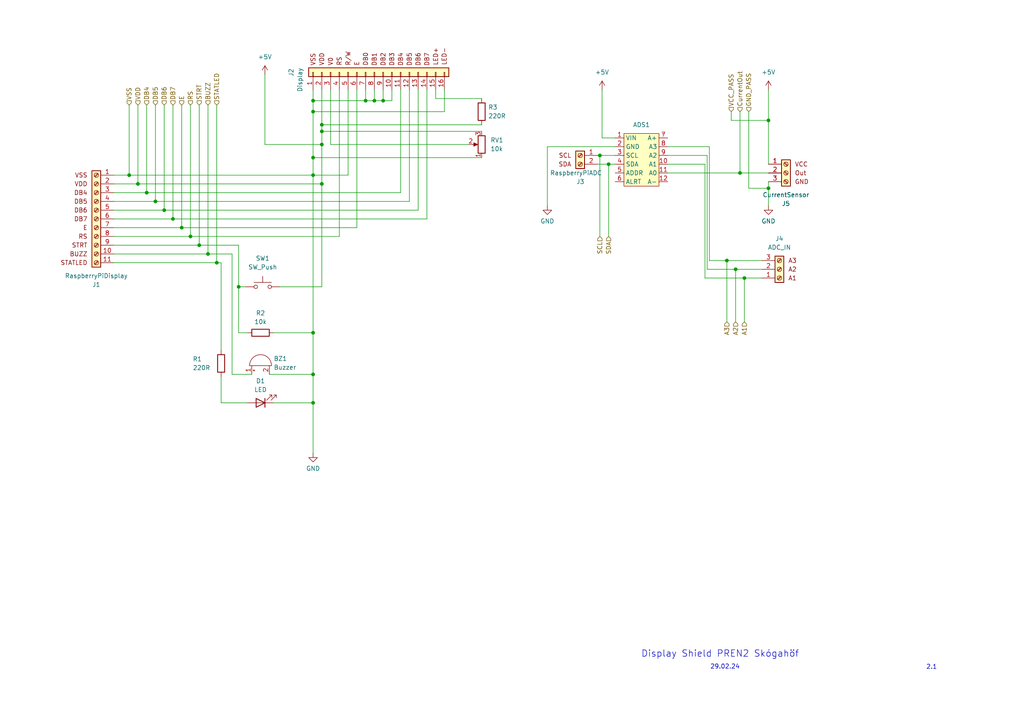
<source format=kicad_sch>
(kicad_sch (version 20230121) (generator eeschema)
  (paper "A4")
  (lib_symbols
    (symbol "ADAFRUIT:ADS1015"
      (property "Reference" "ADS1015" (at -6.35 2.54 0))
      (property "Value" "~" (at 0 0 0))
      (symbol "ADS1015_1_1"
        (rectangle (start -11.43 0) (end -1.27 -15.24) (fill (type background)))
        (pin input line (at -13.97 -1.27 0) (length 2.54) (name "VIN") (number "1"))
        (pin input line (at 1.27 -8.89 180) (length 2.54) (name "A1") (number "10"))
        (pin input line (at 1.27 -11.43 180) (length 2.54) (name "A0") (number "11"))
        (pin input line (at 1.27 -13.97 180) (length 2.54) (name "A-") (number "12"))
        (pin input line (at -13.97 -3.81 0) (length 2.54) (name "GND") (number "2"))
        (pin input line (at -13.97 -6.35 0) (length 2.54) (name "SCL") (number "3"))
        (pin input line (at -13.97 -8.89 0) (length 2.54) (name "SDA") (number "4"))
        (pin input line (at -13.97 -11.43 0) (length 2.54) (name "ADDR") (number "5"))
        (pin input line (at -13.97 -13.97 0) (length 2.54) (name "ALRT") (number "6"))
        (pin input line (at 1.27 -1.27 180) (length 2.54) (name "A+") (number "7"))
        (pin input line (at 1.27 -3.81 180) (length 2.54) (name "A3") (number "8"))
        (pin input line (at 1.27 -6.35 180) (length 2.54) (name "A2") (number "9"))
      )
    )
    (symbol "Connector:Screw_Terminal_01x02" (pin_names (offset 1.016) hide)
      (property "Reference" "J3" (at -1.27 -7.62 0))
      (property "Value" "RaspberryPiADC" (at -6.35 -5.08 0))
      (symbol "Screw_Terminal_01x02_1_1"
        (rectangle (start -1.27 1.27) (end 1.27 -3.81) (stroke (width 0.254)) (fill (type background)))
        (circle (center 0 -2.54) (radius 0.635) (stroke (width 0.1524)))
        (polyline (pts (xy -0.5334 -2.2098) (xy 0.3302 -3.048)) (stroke (width 0.1524)))
        (polyline (pts (xy -0.5334 0.3302) (xy 0.3302 -0.508)) (stroke (width 0.1524)))
        (polyline (pts (xy -0.3556 -2.032) (xy 0.508 -2.8702)) (stroke (width 0.1524)))
        (polyline (pts (xy -0.3556 0.508) (xy 0.508 -0.3302)) (stroke (width 0.1524)))
        (circle (center 0 0) (radius 0.635) (stroke (width 0.1524)))
        (text "SCL" (at 2.54 0 0) (effects (font (size 1.27 1.27)) (justify left)))
        (text "SDA" (at 2.54 -2.54 0) (effects (font (size 1.27 1.27)) (justify left)))
        (pin passive line (at -5.08 0 0) (length 3.81) (name "Pin_1") (number "1"))
        (pin passive line (at -5.08 -2.54 0) (length 3.81) (name "Pin_2") (number "2"))
      )
    )
    (symbol "Connector:Screw_Terminal_01x03" (pin_names (offset 1.016) hide)
      (property "Reference" "J4" (at 0 -8.89 0))
      (property "Value" "Screw_Terminal_01x03" (at 0 -6.35 0))
      (symbol "Screw_Terminal_01x03_1_1"
        (rectangle (start -1.27 3.81) (end 1.27 -3.81) (stroke (width 0.254)) (fill (type background)))
        (circle (center 0 -2.54) (radius 0.635) (stroke (width 0.1524)))
        (polyline (pts (xy -0.5334 -2.2098) (xy 0.3302 -3.048)) (stroke (width 0.1524)))
        (polyline (pts (xy -0.5334 0.3302) (xy 0.3302 -0.508)) (stroke (width 0.1524)))
        (polyline (pts (xy -0.5334 2.8702) (xy 0.3302 2.032)) (stroke (width 0.1524)))
        (polyline (pts (xy -0.3556 -2.032) (xy 0.508 -2.8702)) (stroke (width 0.1524)))
        (polyline (pts (xy -0.3556 0.508) (xy 0.508 -0.3302)) (stroke (width 0.1524)))
        (polyline (pts (xy -0.3556 3.048) (xy 0.508 2.2098)) (stroke (width 0.1524)))
        (circle (center 0 0) (radius 0.635) (stroke (width 0.1524)))
        (circle (center 0 2.54) (radius 0.635) (stroke (width 0.1524)))
        (text "GND" (at 2.54 -2.54 0) (effects (font (size 1.27 1.27)) (justify left)))
        (text "Out\n" (at 2.54 0 0) (effects (font (size 1.27 1.27)) (justify left)))
        (text "VCC\n" (at 2.54 2.54 0) (effects (font (size 1.27 1.27)) (justify left)))
        (pin passive line (at -5.08 2.54 0) (length 3.81) (name "Pin_1") (number "1"))
        (pin passive line (at -5.08 0 0) (length 3.81) (name "Pin_2") (number "2"))
        (pin passive line (at -5.08 -2.54 0) (length 3.81) (name "Pin_3") (number "3"))
      )
    )
    (symbol "Connector:Screw_Terminal_01x11" (pin_names (offset 1.016) hide)
      (property "Reference" "J2" (at 0 -19.05 0))
      (property "Value" "Screw_Terminal_01x11" (at 0 -16.51 0))
      (symbol "Screw_Terminal_01x11_1_1"
        (rectangle (start -1.27 13.97) (end 1.27 -13.97) (stroke (width 0.254)) (fill (type background)))
        (circle (center 0 -12.7) (radius 0.635) (stroke (width 0.1524)))
        (circle (center 0 -10.16) (radius 0.635) (stroke (width 0.1524)))
        (circle (center 0 -7.62) (radius 0.635) (stroke (width 0.1524)))
        (circle (center 0 -5.08) (radius 0.635) (stroke (width 0.1524)))
        (circle (center 0 -2.54) (radius 0.635) (stroke (width 0.1524)))
        (polyline (pts (xy -0.5334 -12.3698) (xy 0.3302 -13.208)) (stroke (width 0.1524)))
        (polyline (pts (xy -0.5334 -9.8298) (xy 0.3302 -10.668)) (stroke (width 0.1524)))
        (polyline (pts (xy -0.5334 -7.2898) (xy 0.3302 -8.128)) (stroke (width 0.1524)))
        (polyline (pts (xy -0.5334 -4.7498) (xy 0.3302 -5.588)) (stroke (width 0.1524)))
        (polyline (pts (xy -0.5334 -2.2098) (xy 0.3302 -3.048)) (stroke (width 0.1524)))
        (polyline (pts (xy -0.5334 0.3302) (xy 0.3302 -0.508)) (stroke (width 0.1524)))
        (polyline (pts (xy -0.5334 2.8702) (xy 0.3302 2.032)) (stroke (width 0.1524)))
        (polyline (pts (xy -0.5334 5.4102) (xy 0.3302 4.572)) (stroke (width 0.1524)))
        (polyline (pts (xy -0.5334 7.9502) (xy 0.3302 7.112)) (stroke (width 0.1524)))
        (polyline (pts (xy -0.5334 10.4902) (xy 0.3302 9.652)) (stroke (width 0.1524)))
        (polyline (pts (xy -0.5334 13.0302) (xy 0.3302 12.192)) (stroke (width 0.1524)))
        (polyline (pts (xy -0.3556 -12.192) (xy 0.508 -13.0302)) (stroke (width 0.1524)))
        (polyline (pts (xy -0.3556 -9.652) (xy 0.508 -10.4902)) (stroke (width 0.1524)))
        (polyline (pts (xy -0.3556 -7.112) (xy 0.508 -7.9502)) (stroke (width 0.1524)))
        (polyline (pts (xy -0.3556 -4.572) (xy 0.508 -5.4102)) (stroke (width 0.1524)))
        (polyline (pts (xy -0.3556 -2.032) (xy 0.508 -2.8702)) (stroke (width 0.1524)))
        (polyline (pts (xy -0.3556 0.508) (xy 0.508 -0.3302)) (stroke (width 0.1524)))
        (polyline (pts (xy -0.3556 3.048) (xy 0.508 2.2098)) (stroke (width 0.1524)))
        (polyline (pts (xy -0.3556 5.588) (xy 0.508 4.7498)) (stroke (width 0.1524)))
        (polyline (pts (xy -0.3556 8.128) (xy 0.508 7.2898)) (stroke (width 0.1524)))
        (polyline (pts (xy -0.3556 10.668) (xy 0.508 9.8298)) (stroke (width 0.1524)))
        (polyline (pts (xy -0.3556 13.208) (xy 0.508 12.3698)) (stroke (width 0.1524)))
        (circle (center 0 0) (radius 0.635) (stroke (width 0.1524)))
        (circle (center 0 2.54) (radius 0.635) (stroke (width 0.1524)))
        (circle (center 0 5.08) (radius 0.635) (stroke (width 0.1524)))
        (circle (center 0 7.62) (radius 0.635) (stroke (width 0.1524)))
        (circle (center 0 10.16) (radius 0.635) (stroke (width 0.1524)))
        (circle (center 0 12.7) (radius 0.635) (stroke (width 0.1524)))
        (text "BUZZ" (at 2.54 -10.16 0) (effects (font (size 1.27 1.27)) (justify left)))
        (text "DB4" (at 2.54 7.62 0) (effects (font (size 1.27 1.27)) (justify left)))
        (text "DB5" (at 2.54 5.08 0) (effects (font (size 1.27 1.27)) (justify left)))
        (text "DB6" (at 2.54 2.54 0) (effects (font (size 1.27 1.27)) (justify left)))
        (text "DB7" (at 2.54 0 0) (effects (font (size 1.27 1.27)) (justify left)))
        (text "E" (at 2.54 -2.54 0) (effects (font (size 1.27 1.27)) (justify left)))
        (text "RS" (at 2.54 -5.08 0) (effects (font (size 1.27 1.27)) (justify left)))
        (text "STATLED" (at 2.54 -12.7 0) (effects (font (size 1.27 1.27)) (justify left)))
        (text "STRT" (at 2.54 -7.62 0) (effects (font (size 1.27 1.27)) (justify left)))
        (text "VDD" (at 2.54 10.16 0) (effects (font (size 1.27 1.27)) (justify left)))
        (text "VSS\n" (at 2.54 12.7 0) (effects (font (size 1.27 1.27)) (justify left)))
        (pin passive line (at -5.08 12.7 0) (length 3.81) (name "Pin_1") (number "1"))
        (pin passive line (at -5.08 -10.16 0) (length 3.81) (name "Pin_10") (number "10"))
        (pin passive line (at -5.08 -12.7 0) (length 3.81) (name "Pin_11") (number "11"))
        (pin passive line (at -5.08 10.16 0) (length 3.81) (name "Pin_2") (number "2"))
        (pin passive line (at -5.08 7.62 0) (length 3.81) (name "Pin_3") (number "3"))
        (pin passive line (at -5.08 5.08 0) (length 3.81) (name "Pin_4") (number "4"))
        (pin passive line (at -5.08 2.54 0) (length 3.81) (name "Pin_5") (number "5"))
        (pin passive line (at -5.08 0 0) (length 3.81) (name "Pin_6") (number "6"))
        (pin passive line (at -5.08 -2.54 0) (length 3.81) (name "Pin_7") (number "7"))
        (pin passive line (at -5.08 -5.08 0) (length 3.81) (name "Pin_8") (number "8"))
        (pin passive line (at -5.08 -7.62 0) (length 3.81) (name "Pin_9") (number "9"))
      )
    )
    (symbol "Connector_Generic:Conn_01x16" (pin_names (offset 1.016) hide)
      (property "Reference" "J1" (at 10.795 0 0))
      (property "Value" "Conn_01x16" (at 8.89 -2.54 0))
      (symbol "Conn_01x16_1_1"
        (rectangle (start -1.27 -20.193) (end 0 -20.447) (stroke (width 0.1524)))
        (rectangle (start -1.27 -17.653) (end 0 -17.907) (stroke (width 0.1524)))
        (rectangle (start -1.27 -15.113) (end 0 -15.367) (stroke (width 0.1524)))
        (rectangle (start -1.27 -12.573) (end 0 -12.827) (stroke (width 0.1524)))
        (rectangle (start -1.27 -10.033) (end 0 -10.287) (stroke (width 0.1524)))
        (rectangle (start -1.27 -7.493) (end 0 -7.747) (stroke (width 0.1524)))
        (rectangle (start -1.27 -4.953) (end 0 -5.207) (stroke (width 0.1524)))
        (rectangle (start -1.27 -2.413) (end 0 -2.667) (stroke (width 0.1524)))
        (rectangle (start -1.27 0.127) (end 0 -0.127) (stroke (width 0.1524)))
        (rectangle (start -1.27 2.667) (end 0 2.413) (stroke (width 0.1524)))
        (rectangle (start -1.27 5.207) (end 0 4.953) (stroke (width 0.1524)))
        (rectangle (start -1.27 7.747) (end 0 7.493) (stroke (width 0.1524)))
        (rectangle (start -1.27 10.287) (end 0 10.033) (stroke (width 0.1524)))
        (rectangle (start -1.27 12.827) (end 0 12.573) (stroke (width 0.1524)))
        (rectangle (start -1.27 15.367) (end 0 15.113) (stroke (width 0.1524)))
        (rectangle (start -1.27 17.907) (end 0 17.653) (stroke (width 0.1524)))
        (rectangle (start -1.27 19.05) (end 1.27 -21.59) (stroke (width 0.254)) (fill (type background)))
        (text "DB0\n" (at 1.905 2.54 0) (effects (font (size 1.27 1.27)) (justify left)))
        (text "DB1\n" (at 3.81 0 0) (effects (font (size 1.27 1.27))))
        (text "DB2\n" (at 3.81 -2.54 0) (effects (font (size 1.27 1.27))))
        (text "DB3\n" (at 3.81 -5.08 0) (effects (font (size 1.27 1.27))))
        (text "DB4\n" (at 3.81 -7.62 0) (effects (font (size 1.27 1.27))))
        (text "DB5\n" (at 3.81 -10.16 0) (effects (font (size 1.27 1.27))))
        (text "DB6\n" (at 3.81 -12.7 0) (effects (font (size 1.27 1.27))))
        (text "DB7\n" (at 3.81 -15.24 0) (effects (font (size 1.27 1.27))))
        (text "E  \n" (at 1.905 5.08 0) (effects (font (size 1.27 1.27)) (justify left)))
        (text "LED+" (at 2.0009 -17.7922 0) (effects (font (size 1.27 1.27)) (justify left)))
        (text "LED-" (at 2.0506 -20.2779 0) (effects (font (size 1.27 1.27)) (justify left)))
        (text "R/W\n" (at 1.905 7.62 0) (effects (font (size 1.27 1.27)) (justify left)))
        (text "RS \n" (at 1.905 10.16 0) (effects (font (size 1.27 1.27)) (justify left)))
        (text "V0 \n" (at 1.905 12.7 0) (effects (font (size 1.27 1.27)) (justify left)))
        (text "VDD\n" (at 1.905 15.24 0) (effects (font (size 1.27 1.27)) (justify left)))
        (text "VSS" (at 1.905 17.78 0) (effects (font (size 1.27 1.27)) (justify left)))
        (pin passive line (at -5.08 17.78 0) (length 3.81) (name "Pin_1") (number "1"))
        (pin passive line (at -5.08 -5.08 0) (length 3.81) (name "Pin_10") (number "10"))
        (pin passive line (at -5.08 -7.62 0) (length 3.81) (name "Pin_11") (number "11"))
        (pin passive line (at -5.08 -10.16 0) (length 3.81) (name "Pin_12") (number "12"))
        (pin passive line (at -5.08 -12.7 0) (length 3.81) (name "Pin_13") (number "13"))
        (pin passive line (at -5.08 -15.24 0) (length 3.81) (name "Pin_14") (number "14"))
        (pin passive line (at -5.08 -17.78 0) (length 3.81) (name "Pin_15") (number "15"))
        (pin passive line (at -5.08 -20.32 0) (length 3.81) (name "Pin_16") (number "16"))
        (pin passive line (at -5.08 15.24 0) (length 3.81) (name "Pin_2") (number "2"))
        (pin passive line (at -5.08 12.7 0) (length 3.81) (name "Pin_3") (number "3"))
        (pin passive line (at -5.08 10.16 0) (length 3.81) (name "Pin_4") (number "4"))
        (pin passive line (at -5.08 7.62 0) (length 3.81) (name "Pin_5") (number "5"))
        (pin passive line (at -5.08 5.08 0) (length 3.81) (name "Pin_6") (number "6"))
        (pin passive line (at -5.08 2.54 0) (length 3.81) (name "Pin_7") (number "7"))
        (pin passive line (at -5.08 0 0) (length 3.81) (name "Pin_8") (number "8"))
        (pin passive line (at -5.08 -2.54 0) (length 3.81) (name "Pin_9") (number "9"))
      )
    )
    (symbol "Device:Buzzer" (pin_names (offset 0.0254) hide)
      (property "Reference" "BZ" (at 3.81 1.27 0))
      (property "Value" "Buzzer" (at 3.81 -1.27 0))
      (symbol "Buzzer_0_1"
        (arc (start 0 -3.175) (mid 3.1612 0) (end 0 3.175))
        (polyline (pts (xy -1.651 1.905) (xy -1.143 1.905)))
        (polyline (pts (xy -1.397 2.159) (xy -1.397 1.651)))
        (polyline (pts (xy 0 3.175) (xy 0 -3.175)))
      )
      (symbol "Buzzer_1_1"
        (pin passive line (at -2.54 2.54 0) (length 2.54) (name "+") (number "1"))
        (pin passive line (at -2.54 -2.54 0) (length 2.54) (name "-") (number "2"))
      )
    )
    (symbol "Device:LED" (pin_numbers hide) (pin_names (offset 1.016) hide)
      (property "Reference" "D" (at 0 2.54 0))
      (property "Value" "LED" (at 0 -2.54 0))
      (symbol "LED_0_1"
        (polyline (pts (xy -1.27 -1.27) (xy -1.27 1.27)) (stroke (width 0.254)))
        (polyline (pts (xy -1.27 0) (xy 1.27 0)))
        (polyline (pts (xy 1.27 -1.27) (xy 1.27 1.27) (xy -1.27 0) (xy 1.27 -1.27)) (stroke (width 0.254)))
        (polyline (pts (xy -3.048 -0.762) (xy -4.572 -2.286) (xy -3.81 -2.286) (xy -4.572 -2.286) (xy -4.572 -1.524)))
        (polyline (pts (xy -1.778 -0.762) (xy -3.302 -2.286) (xy -2.54 -2.286) (xy -3.302 -2.286) (xy -3.302 -1.524)))
      )
      (symbol "LED_1_1"
        (pin passive line (at -3.81 0 0) (length 2.54) (name "K") (number "1"))
        (pin passive line (at 3.81 0 180) (length 2.54) (name "A") (number "2"))
      )
    )
    (symbol "Device:R" (pin_numbers hide) (pin_names (offset 0))
      (property "Reference" "R" (at 2.032 0 90))
      (property "Value" "R" (at 0 0 90))
      (symbol "R_0_1"
        (rectangle (start -1.016 -2.54) (end 1.016 2.54) (stroke (width 0.254)))
      )
      (symbol "R_1_1"
        (pin passive line (at 0 3.81 270) (length 1.27) (name "~") (number "1"))
        (pin passive line (at 0 -3.81 90) (length 1.27) (name "~") (number "2"))
      )
    )
    (symbol "Device:R_Potentiometer" (pin_names (offset 1.016) hide)
      (property "Reference" "RV" (at -4.445 0 90))
      (property "Value" "R_Potentiometer" (at -2.54 0 90))
      (symbol "R_Potentiometer_0_1"
        (polyline (pts (xy 2.54 0) (xy 1.524 0)))
        (polyline (pts (xy 1.143 0) (xy 2.286 0.508) (xy 2.286 -0.508) (xy 1.143 0)) (fill (type outline)))
        (rectangle (start 1.016 2.54) (end -1.016 -2.54) (stroke (width 0.254)))
      )
      (symbol "R_Potentiometer_1_1"
        (pin passive line (at 0 3.81 270) (length 1.27) (name "1") (number "1"))
        (pin passive line (at 3.81 0 180) (length 1.27) (name "2") (number "2"))
        (pin passive line (at 0 -3.81 90) (length 1.27) (name "3") (number "3"))
      )
    )
    (symbol "Screw_Terminal_01x03_1" (pin_names (offset 1.016) hide)
      (property "Reference" "J5" (at 0 -8.89 0))
      (property "Value" "CurrentSensor" (at 0 -6.35 0))
      (symbol "Screw_Terminal_01x03_1_1_1"
        (rectangle (start -1.27 3.81) (end 1.27 -3.81) (stroke (width 0.254)) (fill (type background)))
        (circle (center 0 -2.54) (radius 0.635) (stroke (width 0.1524)))
        (polyline (pts (xy -0.5334 -2.2098) (xy 0.3302 -3.048)) (stroke (width 0.1524)))
        (polyline (pts (xy -0.5334 0.3302) (xy 0.3302 -0.508)) (stroke (width 0.1524)))
        (polyline (pts (xy -0.5334 2.8702) (xy 0.3302 2.032)) (stroke (width 0.1524)))
        (polyline (pts (xy -0.3556 -2.032) (xy 0.508 -2.8702)) (stroke (width 0.1524)))
        (polyline (pts (xy -0.3556 0.508) (xy 0.508 -0.3302)) (stroke (width 0.1524)))
        (polyline (pts (xy -0.3556 3.048) (xy 0.508 2.2098)) (stroke (width 0.1524)))
        (circle (center 0 0) (radius 0.635) (stroke (width 0.1524)))
        (circle (center 0 2.54) (radius 0.635) (stroke (width 0.1524)))
        (text "A1\n" (at 2.54 2.54 0) (effects (font (size 1.27 1.27)) (justify left)))
        (text "A2\n" (at 2.54 0 0) (effects (font (size 1.27 1.27)) (justify left)))
        (text "A3\n" (at 2.54 -2.54 0) (effects (font (size 1.27 1.27)) (justify left)))
        (pin passive line (at -5.08 2.54 0) (length 3.81) (name "Pin_1") (number "1"))
        (pin passive line (at -5.08 0 0) (length 3.81) (name "Pin_2") (number "2"))
        (pin passive line (at -5.08 -2.54 0) (length 3.81) (name "Pin_3") (number "3"))
      )
    )
    (symbol "Switch:SW_Push" (pin_numbers hide) (pin_names (offset 1.016) hide)
      (property "Reference" "SW" (at 1.27 2.54 0))
      (property "Value" "SW_Push" (at 0 -1.524 0))
      (symbol "SW_Push_0_1"
        (circle (center -2.032 0) (radius 0.508))
        (polyline (pts (xy 0 1.27) (xy 0 3.048)))
        (polyline (pts (xy 2.54 1.27) (xy -2.54 1.27)))
        (circle (center 2.032 0) (radius 0.508))
        (pin passive line (at -5.08 0 0) (length 2.54) (name "1") (number "1"))
        (pin passive line (at 5.08 0 180) (length 2.54) (name "2") (number "2"))
      )
    )
    (symbol "power:+5V" (power) (pin_names (offset 0))
      (property "Value" "+5V" (at 0 3.556 0))
      (symbol "+5V_0_1"
        (polyline (pts (xy -0.762 1.27) (xy 0 2.54)))
        (polyline (pts (xy 0 0) (xy 0 2.54)))
        (polyline (pts (xy 0 2.54) (xy 0.762 1.27)))
      )
      (symbol "+5V_1_1"
        (pin power_in line (at 0 0 90) (length 0) hide (name "+5V") (number "1"))
      )
    )
    (symbol "power:GND" (power) (pin_names (offset 0))
      (property "Value" "GND" (at 0 -3.81 0))
      (symbol "GND_0_1"
        (polyline (pts (xy 0 0) (xy 0 -1.27) (xy 1.27 -1.27) (xy 0 -2.54) (xy -1.27 -1.27) (xy 0 -1.27)))
      )
      (symbol "GND_1_1"
        (pin power_in line (at 0 0 270) (length 0) hide (name "GND") (number "1"))
      )
    )
  )
  (junction (at 210.82 75.565))
  (junction (at 42.545 55.88))
  (junction (at 214.63 50.165))
  (junction (at 60.325 73.66))
  (junction (at 90.805 45.72))
  (junction (at 69.215 83.185))
  (junction (at 40.005 53.34))
  (junction (at 57.785 71.12))
  (junction (at 50.165 63.5))
  (junction (at 176.53 47.625))
  (junction (at 93.345 53.34))
  (junction (at 108.585 29.21))
  (junction (at 111.125 29.21))
  (junction (at 62.865 76.2))
  (junction (at 93.345 36.195))
  (junction (at 93.345 41.91))
  (junction (at 90.805 116.84))
  (junction (at 222.885 34.925))
  (junction (at 90.805 32.385))
  (junction (at 55.245 68.58))
  (junction (at 45.085 58.42))
  (junction (at 90.805 50.8))
  (junction (at 37.465 50.8))
  (junction (at 90.805 29.21))
  (junction (at 106.045 29.21))
  (junction (at 93.345 38.1))
  (junction (at 213.36 78.105))
  (junction (at 52.705 66.04))
  (junction (at 215.9 80.645))
  (junction (at 222.885 54.61))
  (junction (at 173.99 45.085))
  (junction (at 90.805 96.52))
  (junction (at 47.625 60.96))
  (junction (at 90.805 108.585))
  (wire (pts (xy 69.215 96.52) (xy 69.215 83.185)))
  (wire (pts (xy 123.825 26.035) (xy 123.825 63.5)))
  (wire (pts (xy 62.865 30.48) (xy 62.865 76.2)))
  (wire (pts (xy 215.9 80.645) (xy 215.9 93.345)))
  (wire (pts (xy 93.345 38.1) (xy 139.7 38.1)))
  (wire (pts (xy 67.31 108.585) (xy 73.025 108.585)))
  (wire (pts (xy 64.135 101.6) (xy 64.135 76.2)))
  (wire (pts (xy 90.805 32.385) (xy 128.905 32.385)))
  (wire (pts (xy 108.585 29.21) (xy 111.125 29.21)))
  (wire (pts (xy 90.805 108.585) (xy 90.805 116.84)))
  (wire (pts (xy 33.02 58.42) (xy 45.085 58.42)))
  (wire (pts (xy 33.02 55.88) (xy 42.545 55.88)))
  (wire (pts (xy 40.005 53.34) (xy 93.345 53.34)))
  (wire (pts (xy 217.17 54.61) (xy 222.885 54.61)))
  (wire (pts (xy 205.105 45.085) (xy 205.105 78.105)))
  (wire (pts (xy 205.74 75.565) (xy 205.74 42.545)))
  (wire (pts (xy 126.365 26.035) (xy 126.365 28.575)))
  (wire (pts (xy 93.345 41.91) (xy 93.345 53.34)))
  (wire (pts (xy 173.355 47.625) (xy 176.53 47.625)))
  (wire (pts (xy 69.215 83.185) (xy 71.12 83.185)))
  (wire (pts (xy 67.31 73.66) (xy 67.31 108.585)))
  (wire (pts (xy 176.53 47.625) (xy 176.53 68.58)))
  (wire (pts (xy 93.345 38.1) (xy 93.345 41.91)))
  (wire (pts (xy 90.805 108.585) (xy 90.805 96.52)))
  (wire (pts (xy 90.805 29.21) (xy 106.045 29.21)))
  (wire (pts (xy 64.135 76.2) (xy 62.865 76.2)))
  (wire (pts (xy 121.285 26.035) (xy 121.285 60.96)))
  (wire (pts (xy 42.545 30.48) (xy 42.545 55.88)))
  (wire (pts (xy 40.005 30.48) (xy 40.005 53.34)))
  (wire (pts (xy 45.085 30.48) (xy 45.085 58.42)))
  (wire (pts (xy 173.99 45.085) (xy 173.99 68.58)))
  (wire (pts (xy 193.675 45.085) (xy 205.105 45.085)))
  (wire (pts (xy 213.36 78.105) (xy 220.98 78.105)))
  (wire (pts (xy 45.085 58.42) (xy 118.745 58.42)))
  (wire (pts (xy 90.805 96.52) (xy 90.805 50.8)))
  (wire (pts (xy 37.465 50.8) (xy 90.805 50.8)))
  (wire (pts (xy 158.75 42.545) (xy 178.435 42.545)))
  (wire (pts (xy 214.63 50.165) (xy 222.885 50.165)))
  (wire (pts (xy 50.165 30.48) (xy 50.165 63.5)))
  (wire (pts (xy 33.02 71.12) (xy 57.785 71.12)))
  (wire (pts (xy 210.82 75.565) (xy 205.74 75.565)))
  (wire (pts (xy 71.755 96.52) (xy 69.215 96.52)))
  (wire (pts (xy 205.74 42.545) (xy 193.675 42.545)))
  (wire (pts (xy 33.02 60.96) (xy 47.625 60.96)))
  (wire (pts (xy 95.885 41.91) (xy 135.89 41.91)))
  (wire (pts (xy 33.02 66.04) (xy 52.705 66.04)))
  (wire (pts (xy 176.53 47.625) (xy 178.435 47.625)))
  (wire (pts (xy 33.02 73.66) (xy 60.325 73.66)))
  (wire (pts (xy 93.345 36.195) (xy 93.345 38.1)))
  (wire (pts (xy 60.325 30.48) (xy 60.325 73.66)))
  (wire (pts (xy 33.02 53.34) (xy 40.005 53.34)))
  (wire (pts (xy 128.905 26.035) (xy 128.905 32.385)))
  (wire (pts (xy 95.885 26.035) (xy 95.885 41.91)))
  (wire (pts (xy 210.82 75.565) (xy 210.82 93.345)))
  (wire (pts (xy 37.465 30.48) (xy 37.465 50.8)))
  (wire (pts (xy 193.675 50.165) (xy 214.63 50.165)))
  (wire (pts (xy 62.865 76.2) (xy 33.02 76.2)))
  (wire (pts (xy 64.135 109.22) (xy 64.135 116.84)))
  (wire (pts (xy 173.355 45.085) (xy 173.99 45.085)))
  (wire (pts (xy 111.125 29.21) (xy 113.665 29.21)))
  (wire (pts (xy 33.02 50.8) (xy 37.465 50.8)))
  (wire (pts (xy 116.205 26.035) (xy 116.205 55.88)))
  (wire (pts (xy 220.98 75.565) (xy 210.82 75.565)))
  (wire (pts (xy 126.365 28.575) (xy 139.7 28.575)))
  (wire (pts (xy 60.325 73.66) (xy 67.31 73.66)))
  (wire (pts (xy 52.705 66.04) (xy 103.505 66.04)))
  (wire (pts (xy 90.805 29.21) (xy 90.805 32.385)))
  (wire (pts (xy 69.215 71.12) (xy 69.215 83.185)))
  (wire (pts (xy 90.805 26.035) (xy 90.805 29.21)))
  (wire (pts (xy 213.36 78.105) (xy 213.36 93.345)))
  (wire (pts (xy 79.375 96.52) (xy 90.805 96.52)))
  (wire (pts (xy 76.835 41.91) (xy 93.345 41.91)))
  (wire (pts (xy 212.09 34.925) (xy 222.885 34.925)))
  (wire (pts (xy 111.125 26.035) (xy 111.125 29.21)))
  (wire (pts (xy 108.585 26.035) (xy 108.585 29.21)))
  (wire (pts (xy 222.885 26.035) (xy 222.885 34.925)))
  (wire (pts (xy 214.63 32.385) (xy 214.63 50.165)))
  (wire (pts (xy 205.105 78.105) (xy 213.36 78.105)))
  (wire (pts (xy 212.09 32.385) (xy 212.09 34.925)))
  (wire (pts (xy 174.625 40.005) (xy 174.625 26.035)))
  (wire (pts (xy 33.02 68.58) (xy 55.245 68.58)))
  (wire (pts (xy 57.785 71.12) (xy 69.215 71.12)))
  (wire (pts (xy 93.345 36.195) (xy 139.7 36.195)))
  (wire (pts (xy 106.045 29.21) (xy 108.585 29.21)))
  (wire (pts (xy 93.345 83.185) (xy 93.345 53.34)))
  (wire (pts (xy 113.665 26.035) (xy 113.665 29.21)))
  (wire (pts (xy 47.625 60.96) (xy 121.285 60.96)))
  (wire (pts (xy 90.805 116.84) (xy 90.805 131.445)))
  (wire (pts (xy 47.625 30.48) (xy 47.625 60.96)))
  (wire (pts (xy 55.245 68.58) (xy 98.425 68.58)))
  (wire (pts (xy 90.805 32.385) (xy 90.805 45.72)))
  (wire (pts (xy 103.505 26.035) (xy 103.505 66.04)))
  (wire (pts (xy 118.745 26.035) (xy 118.745 58.42)))
  (wire (pts (xy 57.785 30.48) (xy 57.785 71.12)))
  (wire (pts (xy 55.245 30.48) (xy 55.245 68.58)))
  (wire (pts (xy 64.135 116.84) (xy 71.755 116.84)))
  (wire (pts (xy 217.17 32.385) (xy 217.17 54.61)))
  (wire (pts (xy 222.885 34.925) (xy 222.885 47.625)))
  (wire (pts (xy 222.885 52.705) (xy 222.885 54.61)))
  (wire (pts (xy 178.435 40.005) (xy 174.625 40.005)))
  (wire (pts (xy 220.98 80.645) (xy 215.9 80.645)))
  (wire (pts (xy 215.9 80.645) (xy 204.47 80.645)))
  (wire (pts (xy 90.805 45.72) (xy 90.805 50.8)))
  (wire (pts (xy 42.545 55.88) (xy 116.205 55.88)))
  (wire (pts (xy 78.105 108.585) (xy 90.805 108.585)))
  (wire (pts (xy 90.805 45.72) (xy 139.7 45.72)))
  (wire (pts (xy 173.99 45.085) (xy 178.435 45.085)))
  (wire (pts (xy 93.345 26.035) (xy 93.345 36.195)))
  (wire (pts (xy 106.045 26.035) (xy 106.045 29.21)))
  (wire (pts (xy 33.02 63.5) (xy 50.165 63.5)))
  (wire (pts (xy 52.705 30.48) (xy 52.705 66.04)))
  (wire (pts (xy 79.375 116.84) (xy 90.805 116.84)))
  (wire (pts (xy 50.165 63.5) (xy 123.825 63.5)))
  (wire (pts (xy 76.835 21.59) (xy 76.835 41.91)))
  (wire (pts (xy 81.28 83.185) (xy 93.345 83.185)))
  (wire (pts (xy 90.805 50.8) (xy 100.965 50.8)))
  (wire (pts (xy 158.75 59.69) (xy 158.75 42.545)))
  (wire (pts (xy 222.885 54.61) (xy 222.885 59.69)))
  (wire (pts (xy 204.47 80.645) (xy 204.47 47.625)))
  (wire (pts (xy 98.425 26.035) (xy 98.425 68.58)))
  (wire (pts (xy 204.47 47.625) (xy 193.675 47.625)))
  (wire (pts (xy 100.965 26.035) (xy 100.965 50.8)))
  (text "2.1\n" (at 268.605 194.31 0) (effects (font (size 1.27 1.27)) (justify left bottom)))
  (text "29.02.24\n" (at 205.9674 194.2365 0) (effects (font (size 1.27 1.27)) (justify left bottom)))
  (text "Display Shield PREN2 Skógahöf" (at 185.9332 190.8552 0) (effects (font (size 1.9 1.9)) (justify left bottom)))
  (hierarchical_label "SDA" (shape input) (at 176.53 68.58 270))
  (hierarchical_label "A1" (shape input) (at 215.9 93.345 270))
  (hierarchical_label "DB6" (shape input) (at 47.625 30.48 90))
  (hierarchical_label "GND_PASS" (shape input) (at 217.17 32.385 90))
  (hierarchical_label "CurrentOut" (shape input) (at 214.63 32.385 90))
  (hierarchical_label "DB4" (shape input) (at 42.545 30.48 90))
  (hierarchical_label "E" (shape input) (at 52.705 30.48 90))
  (hierarchical_label "SCL" (shape input) (at 173.99 68.58 270))
  (hierarchical_label "VSS" (shape input) (at 37.465 30.48 90))
  (hierarchical_label "DB5" (shape input) (at 45.085 30.48 90))
  (hierarchical_label "A3" (shape input) (at 210.82 93.345 270))
  (hierarchical_label "VCC_PASS" (shape input) (at 212.09 32.385 90))
  (hierarchical_label "VDD" (shape input) (at 40.005 30.48 90))
  (hierarchical_label "BUZZ" (shape input) (at 60.325 30.48 90))
  (hierarchical_label "RS" (shape input) (at 55.245 30.48 90))
  (hierarchical_label "DB7" (shape input) (at 50.165 30.48 90))
  (hierarchical_label "A2" (shape input) (at 213.36 93.345 270))
  (hierarchical_label "STRT" (shape input) (at 57.785 30.48 90))
  (hierarchical_label "STATLED" (shape input) (at 62.865 30.48 90))
  (symbol (lib_id "Connector_Generic:Conn_01x16") (at 108.585 20.955 90) (unit 1)
    (property "Reference" "J2" (at 84.455 22.225 0) (effects (justify left)))
    (property "Value" "Display" (at 86.995 26.67 0) (effects (justify left)))
    (property "Footprint" "Connector_PinHeader_2.54mm:PinHeader_1x16_P2.54mm_Vertical" (effects hide))
  )
  (symbol (lib_id "power:+5V") (at 222.885 26.035 0) (mirror y) (unit 1)
    (property "Reference" "#PWR05" (effects hide))
    (property "Value" "+5V" (at 222.885 20.955 0))
  )
  (symbol (lib_id "power:+5V") (at 76.835 21.59 0) (unit 1)
    (property "Reference" "#PWR01" (effects hide))
    (property "Value" "+5V" (at 76.835 16.51 0))
  )
  (symbol (lib_id "Connector:Screw_Terminal_01x02") (at 168.275 45.085 0) (mirror y) (unit 1)
    (property "Reference" "J3" (at 169.545 52.705 0) (effects (justify left)))
    (property "Value" "RaspberryPiADC" (at 174.625 50.165 0) (effects (justify left)))
    (property "Footprint" "TerminalBlock_4Ucon:TerminalBlock_4Ucon_1x02_P3.50mm_Vertical" (effects hide))
  )
  (symbol (lib_id "Device:R") (at 75.565 96.52 90) (unit 1)
    (property "Reference" "R2" (at 75.565 90.805 90))
    (property "Value" "10k" (at 75.565 93.345 90))
    (property "Footprint" "Resistor_SMD:R_0805_2012Metric_Pad1.20x1.40mm_HandSolder" (effects hide))
  )
  (symbol (lib_id "Device:R_Potentiometer") (at 139.7 41.91 180) (unit 1)
    (property "Reference" "RV1" (at 142.24 40.64 0) (effects (justify right)))
    (property "Value" "10k" (at 142.24 43.18 0) (effects (justify right)))
    (property "Footprint" "Potentiometer_THT:Potentiometer_Bourns_3299W_Vertical" (effects hide))
  )
  (symbol (lib_id "Connector:Screw_Terminal_01x03") (at 227.965 50.165 0) (unit 1)
    (property "Reference" "J5" (at 227.965 59.055 0))
    (property "Value" "CurrentSensor" (at 227.965 56.515 0))
    (property "Footprint" "TerminalBlock_4Ucon:TerminalBlock_4Ucon_1x03_P3.50mm_Vertical" (effects hide))
  )
  (symbol (lib_id "ADAFRUIT:ADS1015") (at 192.405 38.735 0) (unit 1)
    (property "Reference" "ADS1" (at 186.055 36.195 0))
    (property "Value" "~" (at 192.405 38.735 0))
    (property "Footprint" "ADAFRUIT:ADS1015" (effects hide))
  )
  (symbol (lib_id "power:GND") (at 90.805 131.445 0) (unit 1)
    (property "Reference" "#PWR02" (effects hide))
    (property "Value" "GND" (at 90.805 135.89 0))
  )
  (symbol (lib_id "Connector:Screw_Terminal_01x11") (at 27.94 63.5 0) (mirror y) (unit 1)
    (property "Reference" "J1" (at 27.94 82.55 0))
    (property "Value" "RaspberryPiDisplay" (at 27.94 80.01 0))
    (property "Footprint" "TerminalBlock_4Ucon:TerminalBlock_4Ucon_1x11_P3.50mm_Vertical" (effects hide))
  )
  (symbol (lib_id "power:GND") (at 158.75 59.69 0) (unit 1)
    (property "Reference" "#PWR03" (effects hide))
    (property "Value" "GND" (at 158.75 64.135 0))
  )
  (symbol (lib_id "power:+5V") (at 174.625 26.035 0) (unit 1)
    (property "Reference" "#PWR04" (effects hide))
    (property "Value" "+5V" (at 174.625 20.955 0))
  )
  (symbol (lib_id "Device:R") (at 64.135 105.41 0) (unit 1)
    (property "Reference" "R1" (at 55.88 104.14 0) (effects (justify left)))
    (property "Value" "220R" (at 55.88 106.68 0) (effects (justify left)))
    (property "Footprint" "Resistor_SMD:R_0805_2012Metric_Pad1.20x1.40mm_HandSolder" (effects hide))
  )
  (symbol (lib_name "Screw_Terminal_01x03_1") (lib_id "Connector:Screw_Terminal_01x03") (at 226.06 78.105 0) (mirror x) (unit 1)
    (property "Reference" "J4" (at 226.06 69.215 0))
    (property "Value" "ADC_IN" (at 226.06 71.755 0))
    (property "Footprint" "TerminalBlock_4Ucon:TerminalBlock_4Ucon_1x03_P3.50mm_Vertical" (effects hide))
  )
  (symbol (lib_id "Device:R") (at 139.7 32.385 0) (unit 1)
    (property "Reference" "R3" (at 141.605 31.115 0) (effects (justify left)))
    (property "Value" "220R" (at 141.605 33.655 0) (effects (justify left)))
    (property "Footprint" "Resistor_SMD:R_0805_2012Metric_Pad1.20x1.40mm_HandSolder" (effects hide))
  )
  (symbol (lib_id "Switch:SW_Push") (at 76.2 83.185 0) (unit 1)
    (property "Reference" "SW1" (at 76.2 74.93 0))
    (property "Value" "SW_Push" (at 76.2 77.47 0))
    (property "Footprint" "Button_Switch_THT:SW_PUSH_6mm_H8.5mm" (effects hide))
  )
  (symbol (lib_id "Device:Buzzer") (at 75.565 106.045 90) (unit 1)
    (property "Reference" "BZ1" (at 79.375 104.0199 90) (effects (justify right)))
    (property "Value" "Buzzer" (at 79.375 106.5599 90) (effects (justify right)))
    (property "Footprint" "Buzzer_Beeper:Buzzer_12x9.5RM7.6" (effects hide))
  )
  (symbol (lib_id "power:GND") (at 222.885 59.69 0) (mirror y) (unit 1)
    (property "Reference" "#PWR06" (effects hide))
    (property "Value" "GND" (at 222.885 64.135 0))
  )
  (symbol (lib_id "Device:LED") (at 75.565 116.84 180) (unit 1)
    (property "Reference" "D1" (at 75.565 110.49 0))
    (property "Value" "LED" (at 75.565 113.03 0))
    (property "Footprint" "LED_THT:LED_D5.0mm_FlatTop" (effects hide))
  )
)
</source>
